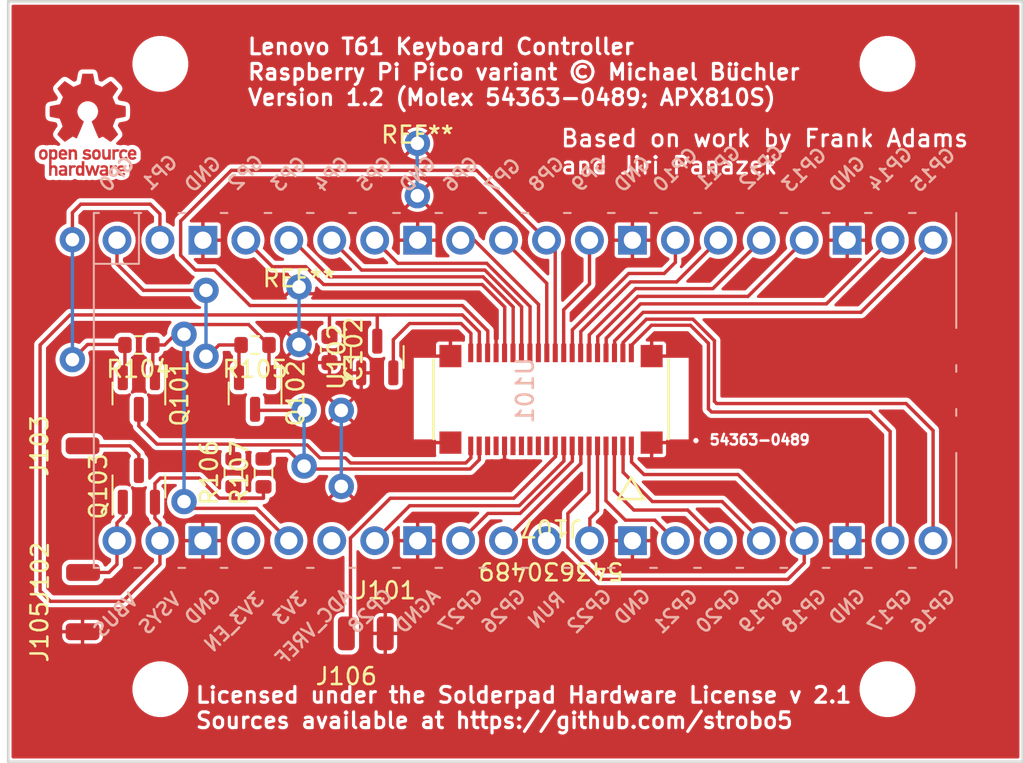
<source format=kicad_pcb>
(kicad_pcb (version 20240108) (generator "pcbnew") (generator_version "8.0")
  (title_block (date "2023-09-16"))
  (layers (0 "F.Cu" signal) (31 "B.Cu" signal) (34 "B.Paste" user) (35 "F.Paste" user) (36 "B.SilkS" user "B.Silkscreen") (37 "F.SilkS" user "F.Silkscreen") (38 "B.Mask" user) (39 "F.Mask" user) (44 "Edge.Cuts" user))
  (net 0 "")
  (net 1 "+5V")
  (net 2 "/TP4_RESET")
  (net 3 "/VBUS")
  (net 4 "+5VP")
  (net 5 "GND")
  (net 6 "/PWRSWITCH")
  (net 7 "/HOTKEY")
  (net 8 "/DRV4")
  (net 9 "/SENSE5")
  (net 10 "/DRV5")
  (net 11 "/SENSE0")
  (net 12 "/DRV8")
  (net 13 "/SENSE3")
  (net 14 "/DRV6")
  (net 15 "/SENSE2")
  (net 16 "/DRV3")
  (net 17 "/DRV7")
  (net 18 "/SENSE1")
  (net 19 "/DRV2")
  (net 20 "/SENSE6")
  (net 21 "/DRV10")
  (net 22 "/SENSE7")
  (net 23 "/DRV1")
  (net 24 "/DRV9")
  (net 26 "/DRV0")
  (net 28 "/DRV11")
  (net 30 "/DRV14")
  (net 32 "/DRV12")
  (net 34 "/DRV15")
  (net 35 "/DRV13")
  (net 38 "/TP4DATA")
  (net 39 "/TP4CLK")
  (net 40 "+3V3")
  (net 41 "/TP4CLK_3V3")
  (net 42 "/TP4DATA_3V3")
  (footprint "" (layer "F.Cu") (at 135.5 107.5)
    (property "Reference" "")
    (property "Value" "")
  )
  (footprint "" (layer "F.Cu") (at 128.4 103)
    (property "Reference" "")
    (property "Value" "")
  )
  (footprint "my_footprints:Pad_TH_as_via" (layer "F.Cu") (at 142.2 91.7)
    (property "Reference" "REF**")
    (property "Value" "Pad_TH_as_via")
  )
  (footprint "" (layer "F.Cu") (at 170 87)
    (property "Reference" "@HOLE2" (hide yes))
    (property "Value" "")
  )
  (footprint "Resistor_SMD:R_0603_1608Metric" (layer "F.Cu") (at 133.1 111.2 90)
    (property "Reference" "R107")
    (property "Value" "10k")
  )
  (footprint "Resistor_SMD:R_0603_1608Metric" (layer "F.Cu") (at 125.73 103.632 180)
    (property "Reference" "R104")
    (property "Value" "10k")
  )
  (footprint "" (layer "F.Cu") (at 135.2 103.6)
    (property "Reference" "")
    (property "Value" "")
  )
  (footprint "Resistor_SMD:R_0603_1608Metric" (layer "F.Cu") (at 131.318 111.189 90)
    (property "Reference" "R106")
    (property "Value" "10k")
  )
  (footprint "" (layer "F.Cu") (at 137.7 112)
    (property "Reference" "")
    (property "Value" "")
  )
  (footprint "Connector_Wire:SolderWirePad_1x01_SMD_1x2mm" (layer "F.Cu") (at 140.3 120.7)
    (property "Reference" "J101")
    (property "Value" "GND")
  )
  (footprint "" (layer "F.Cu") (at 137.7 107.5)
    (property "Reference" "")
    (property "Value" "")
  )
  (footprint "Connector_Wire:SolderWirePad_1x01_SMD_1x2mm" (layer "F.Cu") (at 138 120.7 180)
    (property "Reference" "J106")
    (property "Value" "PWRSWITCH")
  )
  (footprint "Connector_Wire:SolderWirePad_1x01_SMD_1x2mm" (layer "F.Cu") (at 122.428 117.094 90)
    (property "Reference" "J102")
    (property "Value" "VBUS")
  )
  (footprint "" (layer "F.Cu") (at 129.7 104.3)
    (property "Reference" "")
    (property "Value" "")
  )
  (footprint "Package_TO_SOT_SMD:SOT-23" (layer "F.Cu") (at 125.73 106.5045 -90)
    (property "Reference" "Q101")
    (property "Value" "2N7002")
  )
  (footprint "Package_TO_SOT_SMD:SOT-23" (layer "F.Cu") (at 125.73 112 90)
    (property "Reference" "Q103")
    (property "Value" "DMG2305UX")
  )
  (footprint "" (layer "F.Cu") (at 128.4 112.9)
    (property "Reference" "")
    (property "Value" "")
  )
  (footprint "Package_TO_SOT_SMD:SOT-23" (layer "F.Cu") (at 132.6 106.5 -90)
    (property "Reference" "Q102")
    (property "Value" "2N7002")
  )
  (footprint "" (layer "F.Cu") (at 121.8 97.4)
    (property "Reference" "")
    (property "Value" "")
  )
  (footprint "Connector_Wire:SolderWirePad_1x01_SMD_1x2mm" (layer "F.Cu") (at 122.4 109.6 90)
    (property "Reference" "J103")
    (property "Value" "EXT5V")
  )
  (footprint "" (layer "F.Cu") (at 121.8 104.5)
    (property "Reference" "")
    (property "Value" "")
  )
  (footprint "" (layer "F.Cu") (at 142.2 94.8)
    (property "Reference" "")
    (property "Value" "")
  )
  (footprint "" (layer "F.Cu") (at 127 87)
    (property "Reference" "@HOLE3" (hide yes))
    (property "Value" "")
  )
  (footprint "" (layer "F.Cu") (at 129.7 100.4)
    (property "Reference" "")
    (property "Value" "")
  )
  (footprint "my_footprints:Pad_TH_as_via" (layer "F.Cu") (at 135.2 100.2)
    (property "Reference" "REF**")
    (property "Value" "Pad_TH_as_via")
  )
  (footprint "Package_TO_SOT_SMD:SOT-23" (layer "F.Cu") (at 139.827 104.3455 90)
    (property "Reference" "U102")
    (property "Value" "APX810S-44SR-7")
  )
  (footprint "" (layer "F.Cu") (at 170 124)
    (property "Reference" "@HOLE1" (hide yes))
    (property "Value" "")
  )
  (footprint "Connector_Wire:SolderWirePad_1x01_SMD_1x2mm" (layer "F.Cu") (at 122.4 120.6 90)
    (property "Reference" "J105")
    (property "Value" "GND")
  )
  (footprint "" (layer "F.Cu") (at 135.5 110.8)
    (property "Reference" "")
    (property "Value" "")
  )
  (footprint "Resistor_SMD:R_0603_1608Metric" (layer "F.Cu") (at 132.6 103.632 180)
    (property "Reference" "R105")
    (property "Value" "10k")
  )
  (footprint "Molex_54363-0489:CON_543630489_var" (layer "F.Cu") (at 150.103401 106.851 180)
    (property "Reference" "J107")
    (property "Value" "54363-0489")
  )
  (footprint "" (layer "F.Cu") (at 127 124)
    (property "Reference" "@HOLE0" (hide yes))
    (property "Value" "")
  )
  (footprint "Capacitor_SMD:C_0603_1608Metric" (layer "F.Cu") (at 137 103.9 -90)
    (property "Reference" "C102")
    (property "Value" "100n")
  )
  (footprint "Symbol:OSHW-Logo_5.7x6mm_Copper" (layer "F.Cu") (at 122.7 90.6)
    (property "Reference" "GOLD_ORB_SM101" (hide yes))
    (property "Value" "OSHWLOGOLOGO5MM" (hide yes))
  )
  (footprint "T61_Kb_Scanner:RPi_Pico_H" (layer "B.Cu") (at 148.566 106.3225 -90)
    (property "Reference" "U101")
    (property "Value" "Pico")
  )
  (gr_line (start 178 128.295358) (end 178 83.295358) (stroke (width 0.1524)) (layer "Edge.Cuts"))
  (gr_line (start 118 83.295358) (end 178 83.295358) (stroke (width 0.1524)) (layer "Edge.Cuts"))
  (gr_line (start 118 128.295358) (end 178 128.295358) (stroke (width 0.1524)) (layer "Edge.Cuts"))
  (gr_line (start 118 128.295358) (end 118 83.295358) (stroke (width 0.1524)) (layer "Edge.Cuts"))
  (gr_text "Lenovo T61 Keyboard Controller\nRaspberry Pi Pico variant © Michael Büchler\nVersion 1.2 (Molex 54363-0489; APX810S)" (at 132.08 89.535 0) (layer "F.Cu" knockout) (effects (font (size 0.93472 0.93472) (thickness 0.186944) (bold yes)) (justify left bottom)))
  (gr_text "Based on work by Frank Adams\nand Jiri Panazek" (at 150.6 93.6 0) (layer "F.Cu" knockout) (effects (font (size 1 1) (thickness 0.17)) (justify left bottom)))
  (gr_text "Licensed under the Solderpad Hardware License v 2.1\nSources available at https://github.com/strobo5" (at 129 126.4 0) (layer "F.Cu" knockout) (effects (font (size 0.93472 0.93472) (thickness 0.186944) (bold yes)) (justify left bottom)))
  (gr_text "• 54363-0489" (at 158.2 109.6 0) (layer "F.Cu" knockout) (effects (font (size 0.6 0.6) (thickness 0.15) (bold yes)) (justify left bottom)))
  (segment (start 139.827 101.854) (end 137 101.854) (width 0.2) (layer "F.Cu") (net 1))
  (segment (start 144.8562 101.854) (end 140.3 101.854) (width 0.2) (layer "F.Cu") (net 1))
  (segment (start 139.827 103.408) (end 139.827 101.854) (width 0.2) (layer "F.Cu") (net 1))
  (segment (start 131.318 112.6975) (end 133.096 112.6975) (width 0.2) (layer "F.Cu") (net 1))
  (segment (start 120.5 118.8) (end 124.786 118.8) (width 0.2) (layer "F.Cu") (net 1))
  (segment (start 119.888 118.188) (end 120.5 118.8) (width 0.2) (layer "F.Cu") (net 1))
  (segment (start 130.4775 112.6975) (end 133.096 112.6975) (width 0.2) (layer "F.Cu") (net 1))
  (segment (start 124.786 118.8) (end 126.976 116.61) (width 0.2) (layer "F.Cu") (net 1))
  (segment (start 137 101.854) (end 136.7 101.854) (width 0.2) (layer "F.Cu") (net 1))
  (segment (start 137 103.125) (end 137 101.854) (width 0.2) (layer "F.Cu") (net 1))
  (segment (start 126.976 114.176) (end 126.976 115.2125) (width 0.2) (layer "F.Cu") (net 1))
  (segment (start 136.7 101.854) (end 134.9 101.854) (width 0.2) (layer "F.Cu") (net 1))
  (segment (start 119.888 103.632) (end 119.888 118.188) (width 0.2) (layer "F.Cu") (net 1))
  (segment (start 126.68 112.9375) (end 126.68 113.88) (width 0.2) (layer "F.Cu") (net 1))
  (segment (start 134.9 101.854) (end 121.666 101.854) (width 0.2) (layer "F.Cu") (net 1))
  (segment (start 140.3 101.854) (end 140.2 101.854) (width 0.2) (layer "F.Cu") (net 1))
  (segment (start 129.286 111.506) (end 130.4775 112.6975) (width 0.2) (layer "F.Cu") (net 1))
  (segment (start 126.68 111.826) (end 127 111.506) (width 0.2) (layer "F.Cu") (net 1))
  (segment (start 131.318 112.014) (end 131.318 112.6975) (width 0.2) (layer "F.Cu") (net 1))
  (segment (start 145.864 102.8618) (end 144.8562 101.854) (width 0.2) (layer "F.Cu") (net 1))
  (segment (start 140.2 101.854) (end 139.827 101.854) (width 0.2) (layer "F.Cu") (net 1))
  (segment (start 126.68 112.9375) (end 126.68 111.826) (width 0.2) (layer "F.Cu") (net 1))
  (segment (start 126.976 116.61) (end 126.976 115.2125) (width 0.2) (layer "F.Cu") (net 1))
  (segment (start 145.864 104.098447) (end 145.864 102.8618) (width 0.2) (layer "F.Cu") (net 1))
  (segment (start 127 111.506) (end 129.286 111.506) (width 0.2) (layer "F.Cu") (net 1))
  (segment (start 133.096 112.029) (end 133.1 112.025) (width 0.2) (layer "F.Cu") (net 1))
  (segment (start 126.68 113.88) (end 126.976 114.176) (width 0.2) (layer "F.Cu") (net 1))
  (segment (start 121.666 101.854) (end 119.888 103.632) (width 0.2) (layer "F.Cu") (net 1))
  (segment (start 133.096 112.6975) (end 133.096 112.029) (width 0.2) (layer "F.Cu") (net 1))
  (segment (start 140.777 103.317) (end 140.777 105.283) (width 0.2) (layer "F.Cu") (net 2))
  (segment (start 141.732 102.362) (end 140.777 103.317) (width 0.2) (layer "F.Cu") (net 2))
  (segment (start 145.364 104.098447) (end 145.364 102.946) (width 0.2) (layer "F.Cu") (net 2))
  (segment (start 144.78 102.362) (end 141.732 102.362) (width 0.2) (layer "F.Cu") (net 2))
  (segment (start 145.364 102.946) (end 144.78 102.362) (width 0.2) (layer "F.Cu") (net 2))
  (segment (start 124.8 112.9575) (end 124.78 112.9375) (width 0.2) (layer "F.Cu") (net 3))
  (segment (start 124.8 113.8) (end 124.8 112.9575) (width 0.2) (layer "F.Cu") (net 3))
  (segment (start 124.436 115.2125) (end 124.436 114.164) (width 0.2) (layer "F.Cu") (net 3))
  (segment (start 123.952 117.094) (end 124.436 116.61) (width 0.2) (layer "F.Cu") (net 3))
  (segment (start 122.428 117.094) (end 123.952 117.094) (width 0.2) (layer "F.Cu") (net 3))
  (segment (start 124.436 114.164) (end 124.8 113.8) (width 0.2) (layer "F.Cu") (net 3))
  (segment (start 124.436 116.61) (end 124.436 115.2125) (width 0.2) (layer "F.Cu") (net 3))
  (segment (start 122.4 109.6) (end 125.2 109.6) (width 0.2) (layer "F.Cu") (net 4))
  (segment (start 125.73 110.13) (end 125.73 111.0625) (width 0.2) (layer "F.Cu") (net 4))
  (segment (start 125.2 109.6) (end 125.73 110.13) (width 0.2) (layer "F.Cu") (net 4))
  (segment (start 135.2 100.2) (end 135.6 100.6) (width 0.2) (layer "F.Cu") (net 5))
  (segment (start 135.6 100.6) (end 136.8 100.6) (width 0.2) (layer "F.Cu") (net 5))
  (segment (start 135.2 100.2) (end 134.9 100.2) (width 0.2) (layer "F.Cu") (net 5))
  (segment (start 134.9 100.2) (end 134.3 100.8) (width 0.2) (layer "F.Cu") (net 5))
  (segment (start 142.184 94.714) (end 142.184 91.92) (width 0.2) (layer "B.Cu") (net 5))
  (segment (start 137.7 112) (end 137.7 107.5) (width 0.2) (layer "B.Cu") (net 5))
  (segment (start 135.2 103.6) (end 135.2 100.2) (width 0.2) (layer "B.Cu") (net 5))
  (segment (start 140.6 112.7) (end 147.904 112.7) (width 0.2) (layer "F.Cu") (net 6))
  (segment (start 138 120.7) (end 138.242 120.458) (width 0.2) (layer "F.Cu") (net 6))
  (segment (start 150.364 110.24) (end 150.364 109.598447) (width 0.2) (layer "F.Cu") (net 6))
  (segment (start 138.242 120.458) (end 138.242 115.058) (width 0.2) (layer "F.Cu") (net 6))
  (segment (start 147.904 112.7) (end 150.364 110.24) (width 0.2) (layer "F.Cu") (net 6))
  (segment (start 138.242 115.058) (end 140.6 112.7) (width 0.2) (layer "F.Cu") (net 6))
  (segment (start 154.864 109.598447) (end 154.864 110.562368) (width 0.2) (layer "F.Cu") (net 7))
  (segment (start 165.076 116.524) (end 165.076 115.2125) (width 0.2) (layer "F.Cu") (net 7))
  (segment (start 152.35 112.35) (end 151.1 113.6) (width 0.2) (layer "F.Cu") (net 7))
  (segment (start 152.35 109.612447) (end 152.35 112.35) (width 0.2) (layer "F.Cu") (net 7))
  (segment (start 153 117.5) (end 164.1 117.5) (width 0.2) (layer "F.Cu") (net 7))
  (segment (start 154.864 110.562368) (end 155.601632 111.3) (width 0.2) (layer "F.Cu") (net 7))
  (segment (start 151.1 115.6) (end 153 117.5) (width 0.2) (layer "F.Cu") (net 7))
  (segment (start 155.601632 111.3) (end 161.1635 111.3) (width 0.2) (layer "F.Cu") (net 7))
  (segment (start 151.1 113.6) (end 151.1 115.6) (width 0.2) (layer "F.Cu") (net 7))
  (segment (start 161.1635 111.3) (end 165.076 115.2125) (width 0.2) (layer "F.Cu") (net 7))
  (segment (start 152.364 109.598447) (end 152.35 109.612447) (width 0.2) (layer "F.Cu") (net 7))
  (segment (start 164.1 117.5) (end 165.076 116.524) (width 0.2) (layer "F.Cu") (net 7))
  (segment (start 158.344 102.464) (end 156.04638 102.464) (width 0.2) (layer "F.Cu") (net 8))
  (segment (start 154.864 103.64638) (end 154.864 104.098447) (width 0.2) (layer "F.Cu") (net 8))
  (segment (start 159.6 107.6) (end 159.41 107.41) (width 0.2) (layer "F.Cu") (net 8))
  (segment (start 169 107.6) (end 159.6 107.6) (width 0.2) (layer "F.Cu") (net 8))
  (segment (start 156.04638 102.464) (end 154.864 103.64638) (width 0.2) (layer "F.Cu") (net 8))
  (segment (start 159.41 103.53) (end 158.344 102.464) (width 0.2) (layer "F.Cu") (net 8))
  (segment (start 170.156 115.2125) (end 170.156 108.756) (width 0.2) (layer "F.Cu") (net 8))
  (segment (start 159.41 107.41) (end 159.41 103.53) (width 0.2) (layer "F.Cu") (net 8))
  (segment (start 170.156 108.756) (end 169 107.6) (width 0.2) (layer "F.Cu") (net 8))
  (segment (start 154.364 109.598447) (end 154.364 111.164) (width 0.2) (layer "F.Cu") (net 9))
  (segment (start 160.2235 112.9) (end 162.536 115.2125) (width 0.2) (layer "F.Cu") (net 9))
  (segment (start 154.364 111.164) (end 156.1 112.9) (width 0.2) (layer "F.Cu") (net 9))
  (segment (start 156.1 112.9) (end 160.2235 112.9) (width 0.2) (layer "F.Cu") (net 9))
  (segment (start 154.364 103.48773) (end 154.364 104.098447) (width 0.2) (layer "F.Cu") (net 10))
  (segment (start 172.696 115.2125) (end 172.696 108.696) (width 0.2) (layer "F.Cu") (net 10))
  (segment (start 155.74373 102.108) (end 154.364 103.48773) (width 0.2) (layer "F.Cu") (net 10))
  (segment (start 159.766 103.378) (end 158.496 102.108) (width 0.2) (layer "F.Cu") (net 10))
  (segment (start 159.766 106.966) (end 159.766 103.378) (width 0.2) (layer "F.Cu") (net 10))
  (segment (start 159.9 107.1) (end 159.766 106.966) (width 0.2) (layer "F.Cu") (net 10))
  (segment (start 158.496 102.108) (end 155.74373 102.108) (width 0.2) (layer "F.Cu") (net 10))
  (segment (start 171.1 107.1) (end 159.9 107.1) (width 0.2) (layer "F.Cu") (net 10))
  (segment (start 172.696 108.696) (end 171.1 107.1) (width 0.2) (layer "F.Cu") (net 10))
  (segment (start 158.1835 113.4) (end 159.996 115.2125) (width 0.2) (layer "F.Cu") (net 11))
  (segment (start 153.85 109.612447) (end 153.85 112.25) (width 0.2) (layer "F.Cu") (net 11))
  (segment (start 155 113.4) (end 158.1835 113.4) (width 0.2) (layer "F.Cu") (net 11))
  (segment (start 153.85 112.25) (end 155 113.4) (width 0.2) (layer "F.Cu") (net 11))
  (segment (start 153.864 109.598447) (end 153.85 109.612447) (width 0.2) (layer "F.Cu") (net 11))
  (segment (start 155.55 101.7) (end 168.4285 101.7) (width 0.2) (layer "F.Cu") (net 12))
  (segment (start 168.4285 101.7) (end 172.696 97.4325) (width 0.2) (layer "F.Cu") (net 12))
  (segment (start 153.864 104.098447) (end 153.864 103.386) (width 0.2) (layer "F.Cu") (net 12))
  (segment (start 153.864 103.386) (end 155.55 101.7) (width 0.2) (layer "F.Cu") (net 12))
  (segment (start 156.2435 114) (end 157.456 115.2125) (width 0.2) (layer "F.Cu") (net 13))
  (segment (start 154.5 114) (end 156.2435 114) (width 0.2) (layer "F.Cu") (net 13))
  (segment (start 153.35 112.85) (end 154.5 114) (width 0.2) (layer "F.Cu") (net 13))
  (segment (start 153.35 109.612447) (end 153.35 112.85) (width 0.2) (layer "F.Cu") (net 13))
  (segment (start 153.364 109.598447) (end 153.35 109.612447) (width 0.2) (layer "F.Cu") (net 13))
  (segment (start 166.3885 101.2) (end 155.4 101.2) (width 0.2) (layer "F.Cu") (net 14))
  (segment (start 170.156 97.4325) (end 166.3885 101.2) (width 0.2) (layer "F.Cu") (net 14))
  (segment (start 153.364 103.236) (end 153.364 104.098447) (width 0.2) (layer "F.Cu") (net 14))
  (segment (start 155.4 101.2) (end 153.364 103.236) (width 0.2) (layer "F.Cu") (net 14))
  (segment (start 152.4 113.9) (end 152.4 115.1885) (width 0.2) (layer "F.Cu") (net 15))
  (segment (start 152.864 109.598447) (end 152.85 109.612447) (width 0.2) (layer "F.Cu") (net 15))
  (segment (start 152.85 109.612447) (end 152.85 113.45) (width 0.2) (layer "F.Cu") (net 15))
  (segment (start 152.4 115.1885) (end 152.376 115.2125) (width 0.2) (layer "F.Cu") (net 15))
  (segment (start 152.85 113.45) (end 152.4 113.9) (width 0.2) (layer "F.Cu") (net 15))
  (segment (start 161.7525 100.756) (end 165.076 97.4325) (width 0.2) (layer "F.Cu") (net 16))
  (segment (start 152.864 104.098447) (end 152.864 103.136) (width 0.2) (layer "F.Cu") (net 16))
  (segment (start 152.864 103.136) (end 155.244 100.756) (width 0.2) (layer "F.Cu") (net 16))
  (segment (start 155.244 100.756) (end 161.7525 100.756) (width 0.2) (layer "F.Cu") (net 16))
  (segment (start 152.364 104.098447) (end 152.364 103.036) (width 0.2) (layer "F.Cu") (net 17))
  (segment (start 155.1 100.3) (end 159.6685 100.3) (width 0.2) (layer "F.Cu") (net 17))
  (segment (start 159.6685 100.3) (end 162.536 97.4325) (width 0.2) (layer "F.Cu") (net 17))
  (segment (start 152.364 103.036) (end 155.1 100.3) (width 0.2) (layer "F.Cu") (net 17))
  (segment (start 151.864 109.598447) (end 151.864 110.6445) (width 0.2) (layer "F.Cu") (net 18))
  (segment (start 151.864 110.6445) (end 147.296 115.2125) (width 0.2) (layer "F.Cu") (net 18))
  (segment (start 154.8 99.9) (end 157.5285 99.9) (width 0.2) (layer "F.Cu") (net 19))
  (segment (start 151.864 102.836) (end 154.8 99.9) (width 0.2) (layer "F.Cu") (net 19))
  (segment (start 157.5285 99.9) (end 159.996 97.4325) (width 0.2) (layer "F.Cu") (net 19))
  (segment (start 151.864 104.098447) (end 151.864 102.836) (width 0.2) (layer "F.Cu") (net 19))
  (segment (start 151.364 109.598447) (end 151.364 110.51) (width 0.2) (layer "F.Cu") (net 20))
  (segment (start 151.364 110.51) (end 148.274 113.6) (width 0.2) (layer "F.Cu") (net 20))
  (segment (start 148.274 113.6) (end 146.3685 113.6) (width 0.2) (layer "F.Cu") (net 20))
  (segment (start 146.3685 113.6) (end 144.756 115.2125) (width 0.2) (layer "F.Cu") (net 20))
  (segment (start 151.364 102.736) (end 154.7 99.4) (width 0.2) (layer "F.Cu") (net 21))
  (segment (start 151.364 104.098447) (end 151.364 102.736) (width 0.2) (layer "F.Cu") (net 21))
  (segment (start 154.7 99.4) (end 156.8 99.4) (width 0.2) (layer "F.Cu") (net 21))
  (segment (start 156.8 99.4) (end 157.456 98.744) (width 0.2) (layer "F.Cu") (net 21))
  (segment (start 157.456 98.744) (end 157.456 97.4325) (width 0.2) (layer "F.Cu") (net 21))
  (segment (start 141.7445 113.144) (end 139.676 115.2125) (width 0.2) (layer "F.Cu") (net 22))
  (segment (start 150.864 109.598447) (end 150.864 110.502) (width 0.2) (layer "F.Cu") (net 22))
  (segment (start 148.222 113.144) (end 141.7445 113.144) (width 0.2) (layer "F.Cu") (net 22))
  (segment (start 150.864 110.502) (end 148.222 113.144) (width 0.2) (layer "F.Cu") (net 22))
  (segment (start 150.864 104.098447) (end 150.85 104.084447) (width 0.2) (layer "F.Cu") (net 23))
  (segment (start 150.85 104.084447) (end 150.85 101.55) (width 0.2) (layer "F.Cu") (net 23))
  (segment (start 152.376 100.024) (end 152.376 97.4325) (width 0.2) (layer "F.Cu") (net 23))
  (segment (start 150.85 101.55) (end 152.376 100.024) (width 0.2) (layer "F.Cu") (net 23))
  (segment (start 150.35 97.9465) (end 149.836 97.4325) (width 0.2) (layer "F.Cu") (net 24))
  (segment (start 145.7035 93.3) (end 149.836 97.4325) (width 0.2) (layer "F.Cu") (net 24))
  (segment (start 131.2 93.3) (end 145.7035 93.3) (width 0.2) (layer "F.Cu") (net 24))
  (segment (start 130.2 99.2) (end 129.0715 99.2) (width 0.2) (layer "F.Cu") (net 24))
  (segment (start 146.364 102.803) (end 144.861 101.3) (width 0.2) (layer "F.Cu") (net 24))
  (segment (start 150.364 104.098447) (end 150.35 104.084447) (width 0.2) (layer "F.Cu") (net 24))
  (segment (start 128.2 98.3285) (end 128.2 96.3) (width 0.2) (layer "F.Cu") (net 24))
  (segment (start 129.0715 99.2) (end 128.2 98.3285) (width 0.2) (layer "F.Cu") (net 24))
  (segment (start 132.3 101.3) (end 130.2 99.2) (width 0.2) (layer "F.Cu") (net 24))
  (segment (start 150.35 104.084447) (end 150.35 97.9465) (width 0.2) (layer "F.Cu") (net 24))
  (segment (start 146.364 104.098447) (end 146.364 102.803) (width 0.2) (layer "F.Cu") (net 24))
  (segment (start 128.2 96.3) (end 131.2 93.3) (width 0.2) (layer "F.Cu") (net 24))
  (segment (start 144.861 101.3) (end 132.3 101.3) (width 0.2) (layer "F.Cu") (net 24))
  (segment (start 149.85 99.9865) (end 147.296 97.4325) (width 0.2) (layer "F.Cu") (net 26))
  (segment (start 149.85 104.084447) (end 149.85 99.9865) (width 0.2) (layer "F.Cu") (net 26))
  (segment (start 149.864 104.098447) (end 149.85 104.084447) (width 0.2) (layer "F.Cu") (net 26))
  (segment (start 149.364 104.098447) (end 149.364 101.231) (width 0.2) (layer "F.Cu") (net 28))
  (segment (start 149.364 101.231) (end 145.5655 97.4325) (width 0.2) (layer "F.Cu") (net 28))
  (segment (start 145.5655 97.4325) (end 144.756 97.4325) (width 0.2) (layer "F.Cu") (net 28))
  (segment (start 141.0435 98.8) (end 139.676 97.4325) (width 0.2) (layer "F.Cu") (net 30))
  (segment (start 146.298 98.8) (end 141.0435 98.8) (width 0.2) (layer "F.Cu") (net 30))
  (segment (start 148.864 104.098447) (end 148.864 101.366) (width 0.2) (layer "F.Cu") (net 30))
  (segment (start 148.864 101.366) (end 146.298 98.8) (width 0.2) (layer "F.Cu") (net 30))
  (segment (start 148.364 104.098447) (end 148.364 101.374) (width 0.2) (layer "F.Cu") (net 32))
  (segment (start 146.19 99.2) (end 138.9035 99.2) (width 0.2) (layer "F.Cu") (net 32))
  (segment (start 148.364 101.374) (end 146.19 99.2) (width 0.2) (layer "F.Cu") (net 32))
  (segment (start 138.9035 99.2) (end 137.136 97.4325) (width 0.2) (layer "F.Cu") (net 32))
  (segment (start 146.082 99.6) (end 137 99.6) (width 0.2) (layer "F.Cu") (net 34))
  (segment (start 147.864 101.382) (end 146.082 99.6) (width 0.2) (layer "F.Cu") (net 34))
  (segment (start 147.864 104.098447) (end 147.864 101.382) (width 0.2) (layer "F.Cu") (net 34))
  (segment (start 137 99.6) (end 134.8325 97.4325) (width 0.2) (layer "F.Cu") (net 34))
  (segment (start 134.8325 97.4325) (end 134.596 97.4325) (width 0.2) (layer "F.Cu") (net 34))
  (segment (start 147.364 101.38546) (end 146.03454 100.056) (width 0.2) (layer "F.Cu") (net 35))
  (segment (start 147.364 104.098447) (end 147.364 101.38546) (width 0.2) (layer "F.Cu") (net 35))
  (segment (start 136.65654 100.056) (end 135.60054 99) (width 0.2) (layer "F.Cu") (net 35))
  (segment (start 146.03454 100.056) (end 136.65654 100.056) (width 0.2) (layer "F.Cu") (net 35))
  (segment (start 133.6235 99) (end 132.056 97.4325) (width 0.2) (layer "F.Cu") (net 35))
  (segment (start 135.60054 99) (end 133.6235 99) (width 0.2) (layer "F.Cu") (net 35))
  (segment (start 134.6 109.9) (end 135.5 110.8) (width 0.2) (layer "F.Cu") (net 38))
  (segment (start 135.673 110.973) (end 135.5 110.8) (width 0.2) (layer "F.Cu") (net 38))
  (segment (start 132.6625 107.5) (end 132.6 107.4375) (width 0.2) (layer "F.Cu") (net 38))
  (segment (start 145.864 109.598447) (end 145.864 110.422) (width 0.2) (layer "F.Cu") (net 38))
  (segment (start 133.575 109.9) (end 134.6 109.9) (width 0.2) (layer "F.Cu") (net 38))
  (segment (start 145.313 110.973) (end 135.673 110.973) (width 0.2) (layer "F.Cu") (net 38))
  (segment (start 133.1 110.375) (end 133.125 110.4) (width 0.2) (layer "F.Cu") (net 38))
  (segment (start 135.5 107.5) (end 132.6625 107.5) (width 0.2) (layer "F.Cu") (net 38))
  (segment (start 145.864 110.422) (end 145.313 110.973) (width 0.2) (layer "F.Cu") (net 38))
  (segment (start 133.1 110.375) (end 133.575 109.9) (width 0.2) (layer "F.Cu") (net 38))
  (segment (start 135.5 110.8) (end 135.5 107.5) (width 0.2) (layer "B.Cu") (net 38))
  (segment (start 138.243159 110.617) (end 145.0594 110.617) (width 0.2) (layer "F.Cu") (net 39))
  (segment (start 145.0594 110.617) (end 145.364 110.3124) (width 0.2) (layer "F.Cu") (net 39))
  (segment (start 131.344 109.544) (end 135.666699 109.544) (width 0.2) (layer "F.Cu") (net 39))
  (segment (start 145.364 110.3124) (end 145.364 109.598447) (width 0.2) (layer "F.Cu") (net 39))
  (segment (start 137.938359 110.3122) (end 138.243159 110.617) (width 0.2) (layer "F.Cu") (net 39))
  (segment (start 135.666699 109.544) (end 136.434899 110.3122) (width 0.2) (layer "F.Cu") (net 39))
  (segment (start 131.3 109.5) (end 131.344 109.544) (width 0.2) (layer "F.Cu") (net 39))
  (segment (start 131.318 110.364) (end 131.318 109.518) (width 0.2) (layer "F.Cu") (net 39))
  (segment (start 125.73 107.442) (end 125.73 108.43) (width 0.2) (layer "F.Cu") (net 39))
  (segment (start 136.434899 110.3122) (end 137.938359 110.3122) (width 0.2) (layer "F.Cu") (net 39))
  (segment (start 126.8 109.5) (end 131.3 109.5) (width 0.2) (layer "F.Cu") (net 39))
  (segment (start 125.73 108.43) (end 126.8 109.5) (width 0.2) (layer "F.Cu") (net 39))
  (segment (start 131.318 109.518) (end 131.3 109.5) (width 0.2) (layer "F.Cu") (net 39))
  (segment (start 127.254 103.632) (end 126.555 103.632) (width 0.2) (layer "F.Cu") (net 40))
  (segment (start 126.555 103.632) (end 126.555 105.442) (width 0.2) (layer "F.Cu") (net 40))
  (segment (start 126.555 105.442) (end 126.68 105.567) (width 0.2) (layer "F.Cu") (net 40))
  (segment (start 130.302 102.425) (end 128.461 102.425) (width 0.2) (layer "F.Cu") (net 40))
  (segment (start 128.8 113.3) (end 132.6835 113.3) (width 0.2) (layer "F.Cu") (net 40))
  (segment (start 128.461 102.425) (end 127.254 103.632) (width 0.2) (layer "F.Cu") (net 40))
  (segment (start 128.778 102.425) (end 130.302 102.425) (width 0.2) (layer "F.Cu") (net 40))
  (segment (start 133.425 103.632) (end 133.425 105.4375) (width 0.2) (layer "F.Cu") (net 40))
  (segment (start 132.6835 113.3) (end 134.596 115.2125) (width 0.2) (layer "F.Cu") (net 40))
  (segment (start 133.425 105.4375) (end 133.55 105.5625) (width 0.2) (layer "F.Cu") (net 40))
  (segment (start 132.218 102.425) (end 130.302 102.425) (width 0.2) (layer "F.Cu") (net 40))
  (segment (start 128.4 112.9) (end 128.8 113.3) (width 0.2) (layer "F.Cu") (net 40))
  (segment (start 133.425 103.632) (end 132.218 102.425) (width 0.2) (layer "F.Cu") (net 40))
  (segment (start 128.4 112.9) (end 128.4 103) (width 0.2) (layer "B.Cu") (net 40))
  (segment (start 126.976 97.676) (end 126.976 97.4325) (width 0.2) (layer "F.Cu") (net 41))
  (segment (start 124.905 105.442) (end 124.905 103.632) (width 0.2) (layer "F.Cu") (net 41))
  (segment (start 121.8 104.5) (end 122.7 103.6) (width 0.2) (layer "F.Cu") (net 41))
  (segment (start 121.8 97.4) (end 121.8 95.8) (width 0.2) (layer "F.Cu") (net 41))
  (segment (start 122.3 95.3) (end 126.4 95.3) (width 0.2) (layer "F.Cu") (net 41))
  (segment (start 121.8 95.8) (end 122.3 95.3) (width 0.2) (layer "F.Cu") (net 41))
  (segment (start 124.78 105.567) (end 124.905 105.442) (width 0.2) (layer "F.Cu") (net 41))
  (segment (start 126.4 95.3) (end 126.976 95.876) (width 0.2) (layer "F.Cu") (net 41))
  (segment (start 126.9 97.00504) (end 126.72427 97.18077) (width 0.2) (layer "F.Cu") (net 41))
  (segment (start 122.7 103.6) (end 124.873 103.6) (width 0.2) (layer "F.Cu") (net 41))
  (segment (start 124.873 103.6) (end 124.905 103.632) (width 0.2) (layer "F.Cu") (net 41))
  (segment (start 126.976 95.876) (end 126.976 97.4325) (width 0.2) (layer "F.Cu") (net 41))
  (segment (start 121.8 104.5) (end 121.8 97.4) (width 0.2) (layer "B.Cu") (net 41))
  (segment (start 129.7 104.3) (end 129.8 104.3) (width 0.2) (layer "F.Cu") (net 42))
  (segment (start 123.90004 97.4) (end 124.18427 97.68423) (width 0.2) (layer "F.Cu") (net 42))
  (segment (start 131.775 103.632) (end 131.65 103.757) (width 0.2) (layer "F.Cu") (net 42))
  (segment (start 131.65 103.757) (end 131.65 105.5625) (width 0.2) (layer "F.Cu") (net 42))
  (segment (start 129.8 104.3) (end 130.468 103.632) (width 0.2) (layer "F.Cu") (net 42))
  (segment (start 124.436 98.836) (end 124.436 97.4325) (width 0.2) (layer "F.Cu") (net 42))
  (segment (start 126 100.4) (end 124.436 98.836) (width 0.2) (layer "F.Cu") (net 42))
  (segment (start 130.468 103.632) (end 131.775 103.632) (width 0.2) (layer "F.Cu") (net 42))
  (segment (start 129.7 100.4) (end 126 100.4) (width 0.2) (layer "F.Cu") (net 42))
  (segment (start 129.7 104.3) (end 129.7 100.4) (width 0.2) (layer "B.Cu") (net 42))
  (zone (net 0) (net_name "") (layer "F.Cu") (name "kbcon_nofill") (connect_pads (clearance 0)) (min_thickness 0.25)
    (keepout (tracks allowed) (vias allowed) (pads allowed) (copperpour not_allowed) (footprints allowed))
    (fill (thermal_gap 0.5) (thermal_bridge_width 0.5))
    (polygon (pts (xy 141.986 104.394) (xy 141.986 109.22) (xy 158.242 109.22) (xy 158.242 104.394)))
  )
  (zone (net 5) (net_name "GND") (layer "F.Cu") (priority 6) (connect_pads (clearance 0.25)) (min_thickness 0.17) (fill yes (thermal_gap 0.2024) (thermal_bridge_width 0.2024))
    (polygon (pts (xy 177.8 128.1) (xy 118.2 128.1) (xy 118.2 83.5) (xy 177.8 83.5)))
  )
)
</source>
